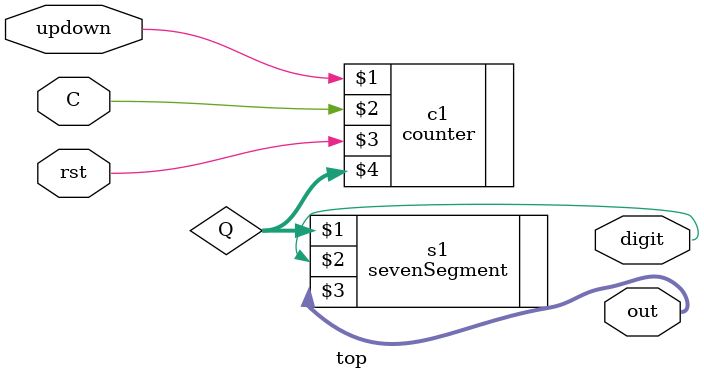
<source format=v>
`timescale 1ns / 1ps
module top(
	input updown,
	input C,
   input rst,
	output [7:0] out,
	output digit
   );
	
	wire [3:0] Q;
	
	counter c1 (updown, C, rst, Q);
	sevenSegment s1 (Q, digit, out);
	
endmodule

/*
module top_cnt_seg (clk, rst, seg, digit);
	input clk, rst;
	output [7:0] seg;
	output digit;
	
	wire [3:0] q_bcd;
	//reg [7:0] seq;
	
	counter_asyn u0 (clk, rst, q_bcd);
	seg u1 (q_bcd, seg, digit);
	
endmodule
*/

</source>
